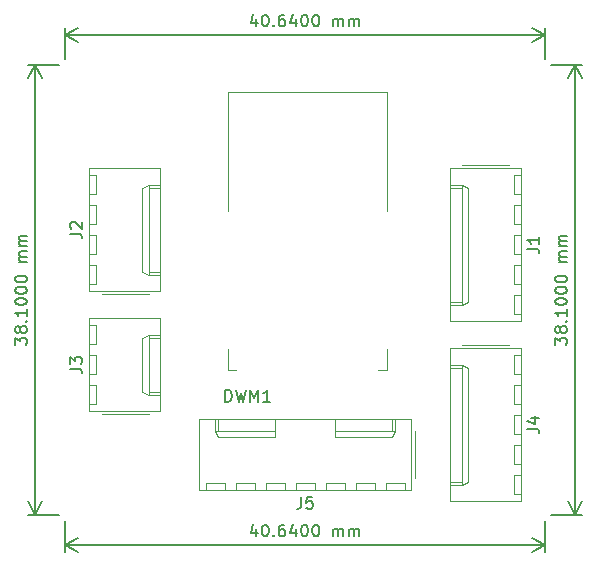
<source format=gbr>
G04 #@! TF.GenerationSoftware,KiCad,Pcbnew,7.0.10*
G04 #@! TF.CreationDate,2024-04-04T22:49:01-05:00*
G04 #@! TF.ProjectId,adapter,61646170-7465-4722-9e6b-696361645f70,rev?*
G04 #@! TF.SameCoordinates,Original*
G04 #@! TF.FileFunction,Legend,Top*
G04 #@! TF.FilePolarity,Positive*
%FSLAX46Y46*%
G04 Gerber Fmt 4.6, Leading zero omitted, Abs format (unit mm)*
G04 Created by KiCad (PCBNEW 7.0.10) date 2024-04-04 22:49:01*
%MOMM*%
%LPD*%
G01*
G04 APERTURE LIST*
%ADD10C,0.150000*%
%ADD11C,0.120000*%
G04 APERTURE END LIST*
D10*
X143084819Y-94836665D02*
X143084819Y-94217618D01*
X143084819Y-94217618D02*
X143465771Y-94550951D01*
X143465771Y-94550951D02*
X143465771Y-94408094D01*
X143465771Y-94408094D02*
X143513390Y-94312856D01*
X143513390Y-94312856D02*
X143561009Y-94265237D01*
X143561009Y-94265237D02*
X143656247Y-94217618D01*
X143656247Y-94217618D02*
X143894342Y-94217618D01*
X143894342Y-94217618D02*
X143989580Y-94265237D01*
X143989580Y-94265237D02*
X144037200Y-94312856D01*
X144037200Y-94312856D02*
X144084819Y-94408094D01*
X144084819Y-94408094D02*
X144084819Y-94693808D01*
X144084819Y-94693808D02*
X144037200Y-94789046D01*
X144037200Y-94789046D02*
X143989580Y-94836665D01*
X143513390Y-93646189D02*
X143465771Y-93741427D01*
X143465771Y-93741427D02*
X143418152Y-93789046D01*
X143418152Y-93789046D02*
X143322914Y-93836665D01*
X143322914Y-93836665D02*
X143275295Y-93836665D01*
X143275295Y-93836665D02*
X143180057Y-93789046D01*
X143180057Y-93789046D02*
X143132438Y-93741427D01*
X143132438Y-93741427D02*
X143084819Y-93646189D01*
X143084819Y-93646189D02*
X143084819Y-93455713D01*
X143084819Y-93455713D02*
X143132438Y-93360475D01*
X143132438Y-93360475D02*
X143180057Y-93312856D01*
X143180057Y-93312856D02*
X143275295Y-93265237D01*
X143275295Y-93265237D02*
X143322914Y-93265237D01*
X143322914Y-93265237D02*
X143418152Y-93312856D01*
X143418152Y-93312856D02*
X143465771Y-93360475D01*
X143465771Y-93360475D02*
X143513390Y-93455713D01*
X143513390Y-93455713D02*
X143513390Y-93646189D01*
X143513390Y-93646189D02*
X143561009Y-93741427D01*
X143561009Y-93741427D02*
X143608628Y-93789046D01*
X143608628Y-93789046D02*
X143703866Y-93836665D01*
X143703866Y-93836665D02*
X143894342Y-93836665D01*
X143894342Y-93836665D02*
X143989580Y-93789046D01*
X143989580Y-93789046D02*
X144037200Y-93741427D01*
X144037200Y-93741427D02*
X144084819Y-93646189D01*
X144084819Y-93646189D02*
X144084819Y-93455713D01*
X144084819Y-93455713D02*
X144037200Y-93360475D01*
X144037200Y-93360475D02*
X143989580Y-93312856D01*
X143989580Y-93312856D02*
X143894342Y-93265237D01*
X143894342Y-93265237D02*
X143703866Y-93265237D01*
X143703866Y-93265237D02*
X143608628Y-93312856D01*
X143608628Y-93312856D02*
X143561009Y-93360475D01*
X143561009Y-93360475D02*
X143513390Y-93455713D01*
X143989580Y-92836665D02*
X144037200Y-92789046D01*
X144037200Y-92789046D02*
X144084819Y-92836665D01*
X144084819Y-92836665D02*
X144037200Y-92884284D01*
X144037200Y-92884284D02*
X143989580Y-92836665D01*
X143989580Y-92836665D02*
X144084819Y-92836665D01*
X144084819Y-91836666D02*
X144084819Y-92408094D01*
X144084819Y-92122380D02*
X143084819Y-92122380D01*
X143084819Y-92122380D02*
X143227676Y-92217618D01*
X143227676Y-92217618D02*
X143322914Y-92312856D01*
X143322914Y-92312856D02*
X143370533Y-92408094D01*
X143084819Y-91217618D02*
X143084819Y-91122380D01*
X143084819Y-91122380D02*
X143132438Y-91027142D01*
X143132438Y-91027142D02*
X143180057Y-90979523D01*
X143180057Y-90979523D02*
X143275295Y-90931904D01*
X143275295Y-90931904D02*
X143465771Y-90884285D01*
X143465771Y-90884285D02*
X143703866Y-90884285D01*
X143703866Y-90884285D02*
X143894342Y-90931904D01*
X143894342Y-90931904D02*
X143989580Y-90979523D01*
X143989580Y-90979523D02*
X144037200Y-91027142D01*
X144037200Y-91027142D02*
X144084819Y-91122380D01*
X144084819Y-91122380D02*
X144084819Y-91217618D01*
X144084819Y-91217618D02*
X144037200Y-91312856D01*
X144037200Y-91312856D02*
X143989580Y-91360475D01*
X143989580Y-91360475D02*
X143894342Y-91408094D01*
X143894342Y-91408094D02*
X143703866Y-91455713D01*
X143703866Y-91455713D02*
X143465771Y-91455713D01*
X143465771Y-91455713D02*
X143275295Y-91408094D01*
X143275295Y-91408094D02*
X143180057Y-91360475D01*
X143180057Y-91360475D02*
X143132438Y-91312856D01*
X143132438Y-91312856D02*
X143084819Y-91217618D01*
X143084819Y-90265237D02*
X143084819Y-90169999D01*
X143084819Y-90169999D02*
X143132438Y-90074761D01*
X143132438Y-90074761D02*
X143180057Y-90027142D01*
X143180057Y-90027142D02*
X143275295Y-89979523D01*
X143275295Y-89979523D02*
X143465771Y-89931904D01*
X143465771Y-89931904D02*
X143703866Y-89931904D01*
X143703866Y-89931904D02*
X143894342Y-89979523D01*
X143894342Y-89979523D02*
X143989580Y-90027142D01*
X143989580Y-90027142D02*
X144037200Y-90074761D01*
X144037200Y-90074761D02*
X144084819Y-90169999D01*
X144084819Y-90169999D02*
X144084819Y-90265237D01*
X144084819Y-90265237D02*
X144037200Y-90360475D01*
X144037200Y-90360475D02*
X143989580Y-90408094D01*
X143989580Y-90408094D02*
X143894342Y-90455713D01*
X143894342Y-90455713D02*
X143703866Y-90503332D01*
X143703866Y-90503332D02*
X143465771Y-90503332D01*
X143465771Y-90503332D02*
X143275295Y-90455713D01*
X143275295Y-90455713D02*
X143180057Y-90408094D01*
X143180057Y-90408094D02*
X143132438Y-90360475D01*
X143132438Y-90360475D02*
X143084819Y-90265237D01*
X143084819Y-89312856D02*
X143084819Y-89217618D01*
X143084819Y-89217618D02*
X143132438Y-89122380D01*
X143132438Y-89122380D02*
X143180057Y-89074761D01*
X143180057Y-89074761D02*
X143275295Y-89027142D01*
X143275295Y-89027142D02*
X143465771Y-88979523D01*
X143465771Y-88979523D02*
X143703866Y-88979523D01*
X143703866Y-88979523D02*
X143894342Y-89027142D01*
X143894342Y-89027142D02*
X143989580Y-89074761D01*
X143989580Y-89074761D02*
X144037200Y-89122380D01*
X144037200Y-89122380D02*
X144084819Y-89217618D01*
X144084819Y-89217618D02*
X144084819Y-89312856D01*
X144084819Y-89312856D02*
X144037200Y-89408094D01*
X144037200Y-89408094D02*
X143989580Y-89455713D01*
X143989580Y-89455713D02*
X143894342Y-89503332D01*
X143894342Y-89503332D02*
X143703866Y-89550951D01*
X143703866Y-89550951D02*
X143465771Y-89550951D01*
X143465771Y-89550951D02*
X143275295Y-89503332D01*
X143275295Y-89503332D02*
X143180057Y-89455713D01*
X143180057Y-89455713D02*
X143132438Y-89408094D01*
X143132438Y-89408094D02*
X143084819Y-89312856D01*
X144084819Y-87789046D02*
X143418152Y-87789046D01*
X143513390Y-87789046D02*
X143465771Y-87741427D01*
X143465771Y-87741427D02*
X143418152Y-87646189D01*
X143418152Y-87646189D02*
X143418152Y-87503332D01*
X143418152Y-87503332D02*
X143465771Y-87408094D01*
X143465771Y-87408094D02*
X143561009Y-87360475D01*
X143561009Y-87360475D02*
X144084819Y-87360475D01*
X143561009Y-87360475D02*
X143465771Y-87312856D01*
X143465771Y-87312856D02*
X143418152Y-87217618D01*
X143418152Y-87217618D02*
X143418152Y-87074761D01*
X143418152Y-87074761D02*
X143465771Y-86979522D01*
X143465771Y-86979522D02*
X143561009Y-86931903D01*
X143561009Y-86931903D02*
X144084819Y-86931903D01*
X144084819Y-86455713D02*
X143418152Y-86455713D01*
X143513390Y-86455713D02*
X143465771Y-86408094D01*
X143465771Y-86408094D02*
X143418152Y-86312856D01*
X143418152Y-86312856D02*
X143418152Y-86169999D01*
X143418152Y-86169999D02*
X143465771Y-86074761D01*
X143465771Y-86074761D02*
X143561009Y-86027142D01*
X143561009Y-86027142D02*
X144084819Y-86027142D01*
X143561009Y-86027142D02*
X143465771Y-85979523D01*
X143465771Y-85979523D02*
X143418152Y-85884285D01*
X143418152Y-85884285D02*
X143418152Y-85741428D01*
X143418152Y-85741428D02*
X143465771Y-85646189D01*
X143465771Y-85646189D02*
X143561009Y-85598570D01*
X143561009Y-85598570D02*
X144084819Y-85598570D01*
X146820000Y-109220000D02*
X144193580Y-109220000D01*
X146820000Y-71120000D02*
X144193580Y-71120000D01*
X144780000Y-109220000D02*
X144780000Y-71120000D01*
X144780000Y-109220000D02*
X144780000Y-71120000D01*
X144780000Y-109220000D02*
X144193579Y-108093496D01*
X144780000Y-109220000D02*
X145366421Y-108093496D01*
X144780000Y-71120000D02*
X145366421Y-72246504D01*
X144780000Y-71120000D02*
X144193579Y-72246504D01*
X163497143Y-110398152D02*
X163497143Y-111064819D01*
X163259048Y-110017200D02*
X163020953Y-110731485D01*
X163020953Y-110731485D02*
X163640000Y-110731485D01*
X164211429Y-110064819D02*
X164306667Y-110064819D01*
X164306667Y-110064819D02*
X164401905Y-110112438D01*
X164401905Y-110112438D02*
X164449524Y-110160057D01*
X164449524Y-110160057D02*
X164497143Y-110255295D01*
X164497143Y-110255295D02*
X164544762Y-110445771D01*
X164544762Y-110445771D02*
X164544762Y-110683866D01*
X164544762Y-110683866D02*
X164497143Y-110874342D01*
X164497143Y-110874342D02*
X164449524Y-110969580D01*
X164449524Y-110969580D02*
X164401905Y-111017200D01*
X164401905Y-111017200D02*
X164306667Y-111064819D01*
X164306667Y-111064819D02*
X164211429Y-111064819D01*
X164211429Y-111064819D02*
X164116191Y-111017200D01*
X164116191Y-111017200D02*
X164068572Y-110969580D01*
X164068572Y-110969580D02*
X164020953Y-110874342D01*
X164020953Y-110874342D02*
X163973334Y-110683866D01*
X163973334Y-110683866D02*
X163973334Y-110445771D01*
X163973334Y-110445771D02*
X164020953Y-110255295D01*
X164020953Y-110255295D02*
X164068572Y-110160057D01*
X164068572Y-110160057D02*
X164116191Y-110112438D01*
X164116191Y-110112438D02*
X164211429Y-110064819D01*
X164973334Y-110969580D02*
X165020953Y-111017200D01*
X165020953Y-111017200D02*
X164973334Y-111064819D01*
X164973334Y-111064819D02*
X164925715Y-111017200D01*
X164925715Y-111017200D02*
X164973334Y-110969580D01*
X164973334Y-110969580D02*
X164973334Y-111064819D01*
X165878095Y-110064819D02*
X165687619Y-110064819D01*
X165687619Y-110064819D02*
X165592381Y-110112438D01*
X165592381Y-110112438D02*
X165544762Y-110160057D01*
X165544762Y-110160057D02*
X165449524Y-110302914D01*
X165449524Y-110302914D02*
X165401905Y-110493390D01*
X165401905Y-110493390D02*
X165401905Y-110874342D01*
X165401905Y-110874342D02*
X165449524Y-110969580D01*
X165449524Y-110969580D02*
X165497143Y-111017200D01*
X165497143Y-111017200D02*
X165592381Y-111064819D01*
X165592381Y-111064819D02*
X165782857Y-111064819D01*
X165782857Y-111064819D02*
X165878095Y-111017200D01*
X165878095Y-111017200D02*
X165925714Y-110969580D01*
X165925714Y-110969580D02*
X165973333Y-110874342D01*
X165973333Y-110874342D02*
X165973333Y-110636247D01*
X165973333Y-110636247D02*
X165925714Y-110541009D01*
X165925714Y-110541009D02*
X165878095Y-110493390D01*
X165878095Y-110493390D02*
X165782857Y-110445771D01*
X165782857Y-110445771D02*
X165592381Y-110445771D01*
X165592381Y-110445771D02*
X165497143Y-110493390D01*
X165497143Y-110493390D02*
X165449524Y-110541009D01*
X165449524Y-110541009D02*
X165401905Y-110636247D01*
X166830476Y-110398152D02*
X166830476Y-111064819D01*
X166592381Y-110017200D02*
X166354286Y-110731485D01*
X166354286Y-110731485D02*
X166973333Y-110731485D01*
X167544762Y-110064819D02*
X167640000Y-110064819D01*
X167640000Y-110064819D02*
X167735238Y-110112438D01*
X167735238Y-110112438D02*
X167782857Y-110160057D01*
X167782857Y-110160057D02*
X167830476Y-110255295D01*
X167830476Y-110255295D02*
X167878095Y-110445771D01*
X167878095Y-110445771D02*
X167878095Y-110683866D01*
X167878095Y-110683866D02*
X167830476Y-110874342D01*
X167830476Y-110874342D02*
X167782857Y-110969580D01*
X167782857Y-110969580D02*
X167735238Y-111017200D01*
X167735238Y-111017200D02*
X167640000Y-111064819D01*
X167640000Y-111064819D02*
X167544762Y-111064819D01*
X167544762Y-111064819D02*
X167449524Y-111017200D01*
X167449524Y-111017200D02*
X167401905Y-110969580D01*
X167401905Y-110969580D02*
X167354286Y-110874342D01*
X167354286Y-110874342D02*
X167306667Y-110683866D01*
X167306667Y-110683866D02*
X167306667Y-110445771D01*
X167306667Y-110445771D02*
X167354286Y-110255295D01*
X167354286Y-110255295D02*
X167401905Y-110160057D01*
X167401905Y-110160057D02*
X167449524Y-110112438D01*
X167449524Y-110112438D02*
X167544762Y-110064819D01*
X168497143Y-110064819D02*
X168592381Y-110064819D01*
X168592381Y-110064819D02*
X168687619Y-110112438D01*
X168687619Y-110112438D02*
X168735238Y-110160057D01*
X168735238Y-110160057D02*
X168782857Y-110255295D01*
X168782857Y-110255295D02*
X168830476Y-110445771D01*
X168830476Y-110445771D02*
X168830476Y-110683866D01*
X168830476Y-110683866D02*
X168782857Y-110874342D01*
X168782857Y-110874342D02*
X168735238Y-110969580D01*
X168735238Y-110969580D02*
X168687619Y-111017200D01*
X168687619Y-111017200D02*
X168592381Y-111064819D01*
X168592381Y-111064819D02*
X168497143Y-111064819D01*
X168497143Y-111064819D02*
X168401905Y-111017200D01*
X168401905Y-111017200D02*
X168354286Y-110969580D01*
X168354286Y-110969580D02*
X168306667Y-110874342D01*
X168306667Y-110874342D02*
X168259048Y-110683866D01*
X168259048Y-110683866D02*
X168259048Y-110445771D01*
X168259048Y-110445771D02*
X168306667Y-110255295D01*
X168306667Y-110255295D02*
X168354286Y-110160057D01*
X168354286Y-110160057D02*
X168401905Y-110112438D01*
X168401905Y-110112438D02*
X168497143Y-110064819D01*
X170020953Y-111064819D02*
X170020953Y-110398152D01*
X170020953Y-110493390D02*
X170068572Y-110445771D01*
X170068572Y-110445771D02*
X170163810Y-110398152D01*
X170163810Y-110398152D02*
X170306667Y-110398152D01*
X170306667Y-110398152D02*
X170401905Y-110445771D01*
X170401905Y-110445771D02*
X170449524Y-110541009D01*
X170449524Y-110541009D02*
X170449524Y-111064819D01*
X170449524Y-110541009D02*
X170497143Y-110445771D01*
X170497143Y-110445771D02*
X170592381Y-110398152D01*
X170592381Y-110398152D02*
X170735238Y-110398152D01*
X170735238Y-110398152D02*
X170830477Y-110445771D01*
X170830477Y-110445771D02*
X170878096Y-110541009D01*
X170878096Y-110541009D02*
X170878096Y-111064819D01*
X171354286Y-111064819D02*
X171354286Y-110398152D01*
X171354286Y-110493390D02*
X171401905Y-110445771D01*
X171401905Y-110445771D02*
X171497143Y-110398152D01*
X171497143Y-110398152D02*
X171640000Y-110398152D01*
X171640000Y-110398152D02*
X171735238Y-110445771D01*
X171735238Y-110445771D02*
X171782857Y-110541009D01*
X171782857Y-110541009D02*
X171782857Y-111064819D01*
X171782857Y-110541009D02*
X171830476Y-110445771D01*
X171830476Y-110445771D02*
X171925714Y-110398152D01*
X171925714Y-110398152D02*
X172068571Y-110398152D01*
X172068571Y-110398152D02*
X172163810Y-110445771D01*
X172163810Y-110445771D02*
X172211429Y-110541009D01*
X172211429Y-110541009D02*
X172211429Y-111064819D01*
X187960000Y-109720000D02*
X187960000Y-112346420D01*
X147320000Y-109720000D02*
X147320000Y-112346420D01*
X187960000Y-111760000D02*
X147320000Y-111760000D01*
X187960000Y-111760000D02*
X147320000Y-111760000D01*
X187960000Y-111760000D02*
X186833496Y-112346421D01*
X187960000Y-111760000D02*
X186833496Y-111173579D01*
X147320000Y-111760000D02*
X148446504Y-111173579D01*
X147320000Y-111760000D02*
X148446504Y-112346421D01*
X163497143Y-67218152D02*
X163497143Y-67884819D01*
X163259048Y-66837200D02*
X163020953Y-67551485D01*
X163020953Y-67551485D02*
X163640000Y-67551485D01*
X164211429Y-66884819D02*
X164306667Y-66884819D01*
X164306667Y-66884819D02*
X164401905Y-66932438D01*
X164401905Y-66932438D02*
X164449524Y-66980057D01*
X164449524Y-66980057D02*
X164497143Y-67075295D01*
X164497143Y-67075295D02*
X164544762Y-67265771D01*
X164544762Y-67265771D02*
X164544762Y-67503866D01*
X164544762Y-67503866D02*
X164497143Y-67694342D01*
X164497143Y-67694342D02*
X164449524Y-67789580D01*
X164449524Y-67789580D02*
X164401905Y-67837200D01*
X164401905Y-67837200D02*
X164306667Y-67884819D01*
X164306667Y-67884819D02*
X164211429Y-67884819D01*
X164211429Y-67884819D02*
X164116191Y-67837200D01*
X164116191Y-67837200D02*
X164068572Y-67789580D01*
X164068572Y-67789580D02*
X164020953Y-67694342D01*
X164020953Y-67694342D02*
X163973334Y-67503866D01*
X163973334Y-67503866D02*
X163973334Y-67265771D01*
X163973334Y-67265771D02*
X164020953Y-67075295D01*
X164020953Y-67075295D02*
X164068572Y-66980057D01*
X164068572Y-66980057D02*
X164116191Y-66932438D01*
X164116191Y-66932438D02*
X164211429Y-66884819D01*
X164973334Y-67789580D02*
X165020953Y-67837200D01*
X165020953Y-67837200D02*
X164973334Y-67884819D01*
X164973334Y-67884819D02*
X164925715Y-67837200D01*
X164925715Y-67837200D02*
X164973334Y-67789580D01*
X164973334Y-67789580D02*
X164973334Y-67884819D01*
X165878095Y-66884819D02*
X165687619Y-66884819D01*
X165687619Y-66884819D02*
X165592381Y-66932438D01*
X165592381Y-66932438D02*
X165544762Y-66980057D01*
X165544762Y-66980057D02*
X165449524Y-67122914D01*
X165449524Y-67122914D02*
X165401905Y-67313390D01*
X165401905Y-67313390D02*
X165401905Y-67694342D01*
X165401905Y-67694342D02*
X165449524Y-67789580D01*
X165449524Y-67789580D02*
X165497143Y-67837200D01*
X165497143Y-67837200D02*
X165592381Y-67884819D01*
X165592381Y-67884819D02*
X165782857Y-67884819D01*
X165782857Y-67884819D02*
X165878095Y-67837200D01*
X165878095Y-67837200D02*
X165925714Y-67789580D01*
X165925714Y-67789580D02*
X165973333Y-67694342D01*
X165973333Y-67694342D02*
X165973333Y-67456247D01*
X165973333Y-67456247D02*
X165925714Y-67361009D01*
X165925714Y-67361009D02*
X165878095Y-67313390D01*
X165878095Y-67313390D02*
X165782857Y-67265771D01*
X165782857Y-67265771D02*
X165592381Y-67265771D01*
X165592381Y-67265771D02*
X165497143Y-67313390D01*
X165497143Y-67313390D02*
X165449524Y-67361009D01*
X165449524Y-67361009D02*
X165401905Y-67456247D01*
X166830476Y-67218152D02*
X166830476Y-67884819D01*
X166592381Y-66837200D02*
X166354286Y-67551485D01*
X166354286Y-67551485D02*
X166973333Y-67551485D01*
X167544762Y-66884819D02*
X167640000Y-66884819D01*
X167640000Y-66884819D02*
X167735238Y-66932438D01*
X167735238Y-66932438D02*
X167782857Y-66980057D01*
X167782857Y-66980057D02*
X167830476Y-67075295D01*
X167830476Y-67075295D02*
X167878095Y-67265771D01*
X167878095Y-67265771D02*
X167878095Y-67503866D01*
X167878095Y-67503866D02*
X167830476Y-67694342D01*
X167830476Y-67694342D02*
X167782857Y-67789580D01*
X167782857Y-67789580D02*
X167735238Y-67837200D01*
X167735238Y-67837200D02*
X167640000Y-67884819D01*
X167640000Y-67884819D02*
X167544762Y-67884819D01*
X167544762Y-67884819D02*
X167449524Y-67837200D01*
X167449524Y-67837200D02*
X167401905Y-67789580D01*
X167401905Y-67789580D02*
X167354286Y-67694342D01*
X167354286Y-67694342D02*
X167306667Y-67503866D01*
X167306667Y-67503866D02*
X167306667Y-67265771D01*
X167306667Y-67265771D02*
X167354286Y-67075295D01*
X167354286Y-67075295D02*
X167401905Y-66980057D01*
X167401905Y-66980057D02*
X167449524Y-66932438D01*
X167449524Y-66932438D02*
X167544762Y-66884819D01*
X168497143Y-66884819D02*
X168592381Y-66884819D01*
X168592381Y-66884819D02*
X168687619Y-66932438D01*
X168687619Y-66932438D02*
X168735238Y-66980057D01*
X168735238Y-66980057D02*
X168782857Y-67075295D01*
X168782857Y-67075295D02*
X168830476Y-67265771D01*
X168830476Y-67265771D02*
X168830476Y-67503866D01*
X168830476Y-67503866D02*
X168782857Y-67694342D01*
X168782857Y-67694342D02*
X168735238Y-67789580D01*
X168735238Y-67789580D02*
X168687619Y-67837200D01*
X168687619Y-67837200D02*
X168592381Y-67884819D01*
X168592381Y-67884819D02*
X168497143Y-67884819D01*
X168497143Y-67884819D02*
X168401905Y-67837200D01*
X168401905Y-67837200D02*
X168354286Y-67789580D01*
X168354286Y-67789580D02*
X168306667Y-67694342D01*
X168306667Y-67694342D02*
X168259048Y-67503866D01*
X168259048Y-67503866D02*
X168259048Y-67265771D01*
X168259048Y-67265771D02*
X168306667Y-67075295D01*
X168306667Y-67075295D02*
X168354286Y-66980057D01*
X168354286Y-66980057D02*
X168401905Y-66932438D01*
X168401905Y-66932438D02*
X168497143Y-66884819D01*
X170020953Y-67884819D02*
X170020953Y-67218152D01*
X170020953Y-67313390D02*
X170068572Y-67265771D01*
X170068572Y-67265771D02*
X170163810Y-67218152D01*
X170163810Y-67218152D02*
X170306667Y-67218152D01*
X170306667Y-67218152D02*
X170401905Y-67265771D01*
X170401905Y-67265771D02*
X170449524Y-67361009D01*
X170449524Y-67361009D02*
X170449524Y-67884819D01*
X170449524Y-67361009D02*
X170497143Y-67265771D01*
X170497143Y-67265771D02*
X170592381Y-67218152D01*
X170592381Y-67218152D02*
X170735238Y-67218152D01*
X170735238Y-67218152D02*
X170830477Y-67265771D01*
X170830477Y-67265771D02*
X170878096Y-67361009D01*
X170878096Y-67361009D02*
X170878096Y-67884819D01*
X171354286Y-67884819D02*
X171354286Y-67218152D01*
X171354286Y-67313390D02*
X171401905Y-67265771D01*
X171401905Y-67265771D02*
X171497143Y-67218152D01*
X171497143Y-67218152D02*
X171640000Y-67218152D01*
X171640000Y-67218152D02*
X171735238Y-67265771D01*
X171735238Y-67265771D02*
X171782857Y-67361009D01*
X171782857Y-67361009D02*
X171782857Y-67884819D01*
X171782857Y-67361009D02*
X171830476Y-67265771D01*
X171830476Y-67265771D02*
X171925714Y-67218152D01*
X171925714Y-67218152D02*
X172068571Y-67218152D01*
X172068571Y-67218152D02*
X172163810Y-67265771D01*
X172163810Y-67265771D02*
X172211429Y-67361009D01*
X172211429Y-67361009D02*
X172211429Y-67884819D01*
X147320000Y-70620000D02*
X147320000Y-67993580D01*
X187960000Y-70620000D02*
X187960000Y-67993580D01*
X147320000Y-68580000D02*
X187960000Y-68580000D01*
X147320000Y-68580000D02*
X187960000Y-68580000D01*
X147320000Y-68580000D02*
X148446504Y-67993579D01*
X147320000Y-68580000D02*
X148446504Y-69166421D01*
X187960000Y-68580000D02*
X186833496Y-69166421D01*
X187960000Y-68580000D02*
X186833496Y-67993579D01*
X188804819Y-94836665D02*
X188804819Y-94217618D01*
X188804819Y-94217618D02*
X189185771Y-94550951D01*
X189185771Y-94550951D02*
X189185771Y-94408094D01*
X189185771Y-94408094D02*
X189233390Y-94312856D01*
X189233390Y-94312856D02*
X189281009Y-94265237D01*
X189281009Y-94265237D02*
X189376247Y-94217618D01*
X189376247Y-94217618D02*
X189614342Y-94217618D01*
X189614342Y-94217618D02*
X189709580Y-94265237D01*
X189709580Y-94265237D02*
X189757200Y-94312856D01*
X189757200Y-94312856D02*
X189804819Y-94408094D01*
X189804819Y-94408094D02*
X189804819Y-94693808D01*
X189804819Y-94693808D02*
X189757200Y-94789046D01*
X189757200Y-94789046D02*
X189709580Y-94836665D01*
X189233390Y-93646189D02*
X189185771Y-93741427D01*
X189185771Y-93741427D02*
X189138152Y-93789046D01*
X189138152Y-93789046D02*
X189042914Y-93836665D01*
X189042914Y-93836665D02*
X188995295Y-93836665D01*
X188995295Y-93836665D02*
X188900057Y-93789046D01*
X188900057Y-93789046D02*
X188852438Y-93741427D01*
X188852438Y-93741427D02*
X188804819Y-93646189D01*
X188804819Y-93646189D02*
X188804819Y-93455713D01*
X188804819Y-93455713D02*
X188852438Y-93360475D01*
X188852438Y-93360475D02*
X188900057Y-93312856D01*
X188900057Y-93312856D02*
X188995295Y-93265237D01*
X188995295Y-93265237D02*
X189042914Y-93265237D01*
X189042914Y-93265237D02*
X189138152Y-93312856D01*
X189138152Y-93312856D02*
X189185771Y-93360475D01*
X189185771Y-93360475D02*
X189233390Y-93455713D01*
X189233390Y-93455713D02*
X189233390Y-93646189D01*
X189233390Y-93646189D02*
X189281009Y-93741427D01*
X189281009Y-93741427D02*
X189328628Y-93789046D01*
X189328628Y-93789046D02*
X189423866Y-93836665D01*
X189423866Y-93836665D02*
X189614342Y-93836665D01*
X189614342Y-93836665D02*
X189709580Y-93789046D01*
X189709580Y-93789046D02*
X189757200Y-93741427D01*
X189757200Y-93741427D02*
X189804819Y-93646189D01*
X189804819Y-93646189D02*
X189804819Y-93455713D01*
X189804819Y-93455713D02*
X189757200Y-93360475D01*
X189757200Y-93360475D02*
X189709580Y-93312856D01*
X189709580Y-93312856D02*
X189614342Y-93265237D01*
X189614342Y-93265237D02*
X189423866Y-93265237D01*
X189423866Y-93265237D02*
X189328628Y-93312856D01*
X189328628Y-93312856D02*
X189281009Y-93360475D01*
X189281009Y-93360475D02*
X189233390Y-93455713D01*
X189709580Y-92836665D02*
X189757200Y-92789046D01*
X189757200Y-92789046D02*
X189804819Y-92836665D01*
X189804819Y-92836665D02*
X189757200Y-92884284D01*
X189757200Y-92884284D02*
X189709580Y-92836665D01*
X189709580Y-92836665D02*
X189804819Y-92836665D01*
X189804819Y-91836666D02*
X189804819Y-92408094D01*
X189804819Y-92122380D02*
X188804819Y-92122380D01*
X188804819Y-92122380D02*
X188947676Y-92217618D01*
X188947676Y-92217618D02*
X189042914Y-92312856D01*
X189042914Y-92312856D02*
X189090533Y-92408094D01*
X188804819Y-91217618D02*
X188804819Y-91122380D01*
X188804819Y-91122380D02*
X188852438Y-91027142D01*
X188852438Y-91027142D02*
X188900057Y-90979523D01*
X188900057Y-90979523D02*
X188995295Y-90931904D01*
X188995295Y-90931904D02*
X189185771Y-90884285D01*
X189185771Y-90884285D02*
X189423866Y-90884285D01*
X189423866Y-90884285D02*
X189614342Y-90931904D01*
X189614342Y-90931904D02*
X189709580Y-90979523D01*
X189709580Y-90979523D02*
X189757200Y-91027142D01*
X189757200Y-91027142D02*
X189804819Y-91122380D01*
X189804819Y-91122380D02*
X189804819Y-91217618D01*
X189804819Y-91217618D02*
X189757200Y-91312856D01*
X189757200Y-91312856D02*
X189709580Y-91360475D01*
X189709580Y-91360475D02*
X189614342Y-91408094D01*
X189614342Y-91408094D02*
X189423866Y-91455713D01*
X189423866Y-91455713D02*
X189185771Y-91455713D01*
X189185771Y-91455713D02*
X188995295Y-91408094D01*
X188995295Y-91408094D02*
X188900057Y-91360475D01*
X188900057Y-91360475D02*
X188852438Y-91312856D01*
X188852438Y-91312856D02*
X188804819Y-91217618D01*
X188804819Y-90265237D02*
X188804819Y-90169999D01*
X188804819Y-90169999D02*
X188852438Y-90074761D01*
X188852438Y-90074761D02*
X188900057Y-90027142D01*
X188900057Y-90027142D02*
X188995295Y-89979523D01*
X188995295Y-89979523D02*
X189185771Y-89931904D01*
X189185771Y-89931904D02*
X189423866Y-89931904D01*
X189423866Y-89931904D02*
X189614342Y-89979523D01*
X189614342Y-89979523D02*
X189709580Y-90027142D01*
X189709580Y-90027142D02*
X189757200Y-90074761D01*
X189757200Y-90074761D02*
X189804819Y-90169999D01*
X189804819Y-90169999D02*
X189804819Y-90265237D01*
X189804819Y-90265237D02*
X189757200Y-90360475D01*
X189757200Y-90360475D02*
X189709580Y-90408094D01*
X189709580Y-90408094D02*
X189614342Y-90455713D01*
X189614342Y-90455713D02*
X189423866Y-90503332D01*
X189423866Y-90503332D02*
X189185771Y-90503332D01*
X189185771Y-90503332D02*
X188995295Y-90455713D01*
X188995295Y-90455713D02*
X188900057Y-90408094D01*
X188900057Y-90408094D02*
X188852438Y-90360475D01*
X188852438Y-90360475D02*
X188804819Y-90265237D01*
X188804819Y-89312856D02*
X188804819Y-89217618D01*
X188804819Y-89217618D02*
X188852438Y-89122380D01*
X188852438Y-89122380D02*
X188900057Y-89074761D01*
X188900057Y-89074761D02*
X188995295Y-89027142D01*
X188995295Y-89027142D02*
X189185771Y-88979523D01*
X189185771Y-88979523D02*
X189423866Y-88979523D01*
X189423866Y-88979523D02*
X189614342Y-89027142D01*
X189614342Y-89027142D02*
X189709580Y-89074761D01*
X189709580Y-89074761D02*
X189757200Y-89122380D01*
X189757200Y-89122380D02*
X189804819Y-89217618D01*
X189804819Y-89217618D02*
X189804819Y-89312856D01*
X189804819Y-89312856D02*
X189757200Y-89408094D01*
X189757200Y-89408094D02*
X189709580Y-89455713D01*
X189709580Y-89455713D02*
X189614342Y-89503332D01*
X189614342Y-89503332D02*
X189423866Y-89550951D01*
X189423866Y-89550951D02*
X189185771Y-89550951D01*
X189185771Y-89550951D02*
X188995295Y-89503332D01*
X188995295Y-89503332D02*
X188900057Y-89455713D01*
X188900057Y-89455713D02*
X188852438Y-89408094D01*
X188852438Y-89408094D02*
X188804819Y-89312856D01*
X189804819Y-87789046D02*
X189138152Y-87789046D01*
X189233390Y-87789046D02*
X189185771Y-87741427D01*
X189185771Y-87741427D02*
X189138152Y-87646189D01*
X189138152Y-87646189D02*
X189138152Y-87503332D01*
X189138152Y-87503332D02*
X189185771Y-87408094D01*
X189185771Y-87408094D02*
X189281009Y-87360475D01*
X189281009Y-87360475D02*
X189804819Y-87360475D01*
X189281009Y-87360475D02*
X189185771Y-87312856D01*
X189185771Y-87312856D02*
X189138152Y-87217618D01*
X189138152Y-87217618D02*
X189138152Y-87074761D01*
X189138152Y-87074761D02*
X189185771Y-86979522D01*
X189185771Y-86979522D02*
X189281009Y-86931903D01*
X189281009Y-86931903D02*
X189804819Y-86931903D01*
X189804819Y-86455713D02*
X189138152Y-86455713D01*
X189233390Y-86455713D02*
X189185771Y-86408094D01*
X189185771Y-86408094D02*
X189138152Y-86312856D01*
X189138152Y-86312856D02*
X189138152Y-86169999D01*
X189138152Y-86169999D02*
X189185771Y-86074761D01*
X189185771Y-86074761D02*
X189281009Y-86027142D01*
X189281009Y-86027142D02*
X189804819Y-86027142D01*
X189281009Y-86027142D02*
X189185771Y-85979523D01*
X189185771Y-85979523D02*
X189138152Y-85884285D01*
X189138152Y-85884285D02*
X189138152Y-85741428D01*
X189138152Y-85741428D02*
X189185771Y-85646189D01*
X189185771Y-85646189D02*
X189281009Y-85598570D01*
X189281009Y-85598570D02*
X189804819Y-85598570D01*
X188460000Y-71120000D02*
X191086420Y-71120000D01*
X188460000Y-109220000D02*
X191086420Y-109220000D01*
X190500000Y-71120000D02*
X190500000Y-109220000D01*
X190500000Y-71120000D02*
X190500000Y-109220000D01*
X190500000Y-71120000D02*
X191086421Y-72246504D01*
X190500000Y-71120000D02*
X189913579Y-72246504D01*
X190500000Y-109220000D02*
X189913579Y-108093496D01*
X190500000Y-109220000D02*
X191086421Y-108093496D01*
X160859048Y-99648619D02*
X160859048Y-98648619D01*
X160859048Y-98648619D02*
X161097143Y-98648619D01*
X161097143Y-98648619D02*
X161240000Y-98696238D01*
X161240000Y-98696238D02*
X161335238Y-98791476D01*
X161335238Y-98791476D02*
X161382857Y-98886714D01*
X161382857Y-98886714D02*
X161430476Y-99077190D01*
X161430476Y-99077190D02*
X161430476Y-99220047D01*
X161430476Y-99220047D02*
X161382857Y-99410523D01*
X161382857Y-99410523D02*
X161335238Y-99505761D01*
X161335238Y-99505761D02*
X161240000Y-99601000D01*
X161240000Y-99601000D02*
X161097143Y-99648619D01*
X161097143Y-99648619D02*
X160859048Y-99648619D01*
X161763810Y-98648619D02*
X162001905Y-99648619D01*
X162001905Y-99648619D02*
X162192381Y-98934333D01*
X162192381Y-98934333D02*
X162382857Y-99648619D01*
X162382857Y-99648619D02*
X162620953Y-98648619D01*
X163001905Y-99648619D02*
X163001905Y-98648619D01*
X163001905Y-98648619D02*
X163335238Y-99362904D01*
X163335238Y-99362904D02*
X163668571Y-98648619D01*
X163668571Y-98648619D02*
X163668571Y-99648619D01*
X164668571Y-99648619D02*
X164097143Y-99648619D01*
X164382857Y-99648619D02*
X164382857Y-98648619D01*
X164382857Y-98648619D02*
X164287619Y-98791476D01*
X164287619Y-98791476D02*
X164192381Y-98886714D01*
X164192381Y-98886714D02*
X164097143Y-98934333D01*
X186454819Y-101933333D02*
X187169104Y-101933333D01*
X187169104Y-101933333D02*
X187311961Y-101980952D01*
X187311961Y-101980952D02*
X187407200Y-102076190D01*
X187407200Y-102076190D02*
X187454819Y-102219047D01*
X187454819Y-102219047D02*
X187454819Y-102314285D01*
X186788152Y-101028571D02*
X187454819Y-101028571D01*
X186407200Y-101266666D02*
X187121485Y-101504761D01*
X187121485Y-101504761D02*
X187121485Y-100885714D01*
X167306666Y-107714819D02*
X167306666Y-108429104D01*
X167306666Y-108429104D02*
X167259047Y-108571961D01*
X167259047Y-108571961D02*
X167163809Y-108667200D01*
X167163809Y-108667200D02*
X167020952Y-108714819D01*
X167020952Y-108714819D02*
X166925714Y-108714819D01*
X168259047Y-107714819D02*
X167782857Y-107714819D01*
X167782857Y-107714819D02*
X167735238Y-108191009D01*
X167735238Y-108191009D02*
X167782857Y-108143390D01*
X167782857Y-108143390D02*
X167878095Y-108095771D01*
X167878095Y-108095771D02*
X168116190Y-108095771D01*
X168116190Y-108095771D02*
X168211428Y-108143390D01*
X168211428Y-108143390D02*
X168259047Y-108191009D01*
X168259047Y-108191009D02*
X168306666Y-108286247D01*
X168306666Y-108286247D02*
X168306666Y-108524342D01*
X168306666Y-108524342D02*
X168259047Y-108619580D01*
X168259047Y-108619580D02*
X168211428Y-108667200D01*
X168211428Y-108667200D02*
X168116190Y-108714819D01*
X168116190Y-108714819D02*
X167878095Y-108714819D01*
X167878095Y-108714819D02*
X167782857Y-108667200D01*
X167782857Y-108667200D02*
X167735238Y-108619580D01*
X186454819Y-86693333D02*
X187169104Y-86693333D01*
X187169104Y-86693333D02*
X187311961Y-86740952D01*
X187311961Y-86740952D02*
X187407200Y-86836190D01*
X187407200Y-86836190D02*
X187454819Y-86979047D01*
X187454819Y-86979047D02*
X187454819Y-87074285D01*
X187454819Y-85693333D02*
X187454819Y-86264761D01*
X187454819Y-85979047D02*
X186454819Y-85979047D01*
X186454819Y-85979047D02*
X186597676Y-86074285D01*
X186597676Y-86074285D02*
X186692914Y-86169523D01*
X186692914Y-86169523D02*
X186740533Y-86264761D01*
X147734819Y-85423333D02*
X148449104Y-85423333D01*
X148449104Y-85423333D02*
X148591961Y-85470952D01*
X148591961Y-85470952D02*
X148687200Y-85566190D01*
X148687200Y-85566190D02*
X148734819Y-85709047D01*
X148734819Y-85709047D02*
X148734819Y-85804285D01*
X147830057Y-84994761D02*
X147782438Y-84947142D01*
X147782438Y-84947142D02*
X147734819Y-84851904D01*
X147734819Y-84851904D02*
X147734819Y-84613809D01*
X147734819Y-84613809D02*
X147782438Y-84518571D01*
X147782438Y-84518571D02*
X147830057Y-84470952D01*
X147830057Y-84470952D02*
X147925295Y-84423333D01*
X147925295Y-84423333D02*
X148020533Y-84423333D01*
X148020533Y-84423333D02*
X148163390Y-84470952D01*
X148163390Y-84470952D02*
X148734819Y-85042380D01*
X148734819Y-85042380D02*
X148734819Y-84423333D01*
X147734819Y-96853333D02*
X148449104Y-96853333D01*
X148449104Y-96853333D02*
X148591961Y-96900952D01*
X148591961Y-96900952D02*
X148687200Y-96996190D01*
X148687200Y-96996190D02*
X148734819Y-97139047D01*
X148734819Y-97139047D02*
X148734819Y-97234285D01*
X147734819Y-96472380D02*
X147734819Y-95853333D01*
X147734819Y-95853333D02*
X148115771Y-96186666D01*
X148115771Y-96186666D02*
X148115771Y-96043809D01*
X148115771Y-96043809D02*
X148163390Y-95948571D01*
X148163390Y-95948571D02*
X148211009Y-95900952D01*
X148211009Y-95900952D02*
X148306247Y-95853333D01*
X148306247Y-95853333D02*
X148544342Y-95853333D01*
X148544342Y-95853333D02*
X148639580Y-95900952D01*
X148639580Y-95900952D02*
X148687200Y-95948571D01*
X148687200Y-95948571D02*
X148734819Y-96043809D01*
X148734819Y-96043809D02*
X148734819Y-96329523D01*
X148734819Y-96329523D02*
X148687200Y-96424761D01*
X148687200Y-96424761D02*
X148639580Y-96472380D01*
D11*
G04 #@! TO.C,DWM1*
X161070000Y-73473800D02*
X161070000Y-83473800D01*
X161070000Y-73473800D02*
X174570000Y-73473800D01*
X161070000Y-96973800D02*
X161070000Y-95223800D01*
X161820000Y-96973800D02*
X161070000Y-96973800D01*
X173820000Y-96973800D02*
X174570000Y-96973800D01*
X174570000Y-73473800D02*
X174570000Y-83473800D01*
X174570000Y-96973800D02*
X174570000Y-95223800D01*
G04 #@! TO.C,J4*
X184880000Y-94850000D02*
X180880000Y-94850000D01*
X185910000Y-95140000D02*
X179890000Y-95140000D01*
X179890000Y-95140000D02*
X179890000Y-108060000D01*
X185910000Y-95720000D02*
X185310000Y-95720000D01*
X185310000Y-95720000D02*
X185310000Y-97320000D01*
X180890000Y-96520000D02*
X181420000Y-96770000D01*
X180890000Y-96520000D02*
X180890000Y-106680000D01*
X179890000Y-96520000D02*
X180890000Y-96520000D01*
X181420000Y-96770000D02*
X181420000Y-106430000D01*
X179890000Y-96770000D02*
X180890000Y-96770000D01*
X185310000Y-97320000D02*
X185910000Y-97320000D01*
X185910000Y-98260000D02*
X185310000Y-98260000D01*
X185310000Y-98260000D02*
X185310000Y-99860000D01*
X185310000Y-99860000D02*
X185910000Y-99860000D01*
X185910000Y-100800000D02*
X185310000Y-100800000D01*
X185310000Y-100800000D02*
X185310000Y-102400000D01*
X185310000Y-102400000D02*
X185910000Y-102400000D01*
X185910000Y-103340000D02*
X185310000Y-103340000D01*
X185310000Y-103340000D02*
X185310000Y-104940000D01*
X185310000Y-104940000D02*
X185910000Y-104940000D01*
X185910000Y-105880000D02*
X185310000Y-105880000D01*
X185310000Y-105880000D02*
X185310000Y-107480000D01*
X181420000Y-106430000D02*
X180890000Y-106680000D01*
X179890000Y-106430000D02*
X180890000Y-106430000D01*
X180890000Y-106680000D02*
X179890000Y-106680000D01*
X185310000Y-107480000D02*
X185910000Y-107480000D01*
X185910000Y-108060000D02*
X185910000Y-95140000D01*
X179890000Y-108060000D02*
X185910000Y-108060000D01*
G04 #@! TO.C,J5*
X176930000Y-106140000D02*
X176930000Y-102140000D01*
X176640000Y-107170000D02*
X176640000Y-101150000D01*
X176640000Y-101150000D02*
X158640000Y-101150000D01*
X176060000Y-107170000D02*
X176060000Y-106570000D01*
X176060000Y-106570000D02*
X174460000Y-106570000D01*
X175260000Y-102150000D02*
X175010000Y-102680000D01*
X175260000Y-102150000D02*
X170180000Y-102150000D01*
X175260000Y-101150000D02*
X175260000Y-102150000D01*
X175010000Y-102680000D02*
X170180000Y-102680000D01*
X175010000Y-101150000D02*
X175010000Y-102150000D01*
X174460000Y-106570000D02*
X174460000Y-107170000D01*
X173520000Y-107170000D02*
X173520000Y-106570000D01*
X173520000Y-106570000D02*
X171920000Y-106570000D01*
X171920000Y-106570000D02*
X171920000Y-107170000D01*
X170980000Y-107170000D02*
X170980000Y-106570000D01*
X170980000Y-106570000D02*
X169380000Y-106570000D01*
X170180000Y-102680000D02*
X170180000Y-102150000D01*
X170180000Y-102150000D02*
X170180000Y-101150000D01*
X169380000Y-106570000D02*
X169380000Y-107170000D01*
X168440000Y-107170000D02*
X168440000Y-106570000D01*
X168440000Y-106570000D02*
X166840000Y-106570000D01*
X166840000Y-106570000D02*
X166840000Y-107170000D01*
X165900000Y-107170000D02*
X165900000Y-106570000D01*
X165900000Y-106570000D02*
X164300000Y-106570000D01*
X165100000Y-102680000D02*
X165100000Y-102150000D01*
X165100000Y-102150000D02*
X165100000Y-101150000D01*
X164300000Y-106570000D02*
X164300000Y-107170000D01*
X163360000Y-107170000D02*
X163360000Y-106570000D01*
X163360000Y-106570000D02*
X161760000Y-106570000D01*
X161760000Y-106570000D02*
X161760000Y-107170000D01*
X160820000Y-107170000D02*
X160820000Y-106570000D01*
X160820000Y-106570000D02*
X159220000Y-106570000D01*
X160270000Y-102680000D02*
X165100000Y-102680000D01*
X160270000Y-101150000D02*
X160270000Y-102150000D01*
X160020000Y-102150000D02*
X165100000Y-102150000D01*
X160020000Y-102150000D02*
X160270000Y-102680000D01*
X160020000Y-101150000D02*
X160020000Y-102150000D01*
X159220000Y-106570000D02*
X159220000Y-107170000D01*
X158640000Y-107170000D02*
X176640000Y-107170000D01*
X158640000Y-101150000D02*
X158640000Y-107170000D01*
G04 #@! TO.C,J1*
X184880000Y-79610000D02*
X180880000Y-79610000D01*
X185910000Y-79900000D02*
X179890000Y-79900000D01*
X179890000Y-79900000D02*
X179890000Y-92820000D01*
X185910000Y-80480000D02*
X185310000Y-80480000D01*
X185310000Y-80480000D02*
X185310000Y-82080000D01*
X180890000Y-81280000D02*
X181420000Y-81530000D01*
X180890000Y-81280000D02*
X180890000Y-91440000D01*
X179890000Y-81280000D02*
X180890000Y-81280000D01*
X181420000Y-81530000D02*
X181420000Y-91190000D01*
X179890000Y-81530000D02*
X180890000Y-81530000D01*
X185310000Y-82080000D02*
X185910000Y-82080000D01*
X185910000Y-83020000D02*
X185310000Y-83020000D01*
X185310000Y-83020000D02*
X185310000Y-84620000D01*
X185310000Y-84620000D02*
X185910000Y-84620000D01*
X185910000Y-85560000D02*
X185310000Y-85560000D01*
X185310000Y-85560000D02*
X185310000Y-87160000D01*
X185310000Y-87160000D02*
X185910000Y-87160000D01*
X185910000Y-88100000D02*
X185310000Y-88100000D01*
X185310000Y-88100000D02*
X185310000Y-89700000D01*
X185310000Y-89700000D02*
X185910000Y-89700000D01*
X185910000Y-90640000D02*
X185310000Y-90640000D01*
X185310000Y-90640000D02*
X185310000Y-92240000D01*
X181420000Y-91190000D02*
X180890000Y-91440000D01*
X179890000Y-91190000D02*
X180890000Y-91190000D01*
X180890000Y-91440000D02*
X179890000Y-91440000D01*
X185310000Y-92240000D02*
X185910000Y-92240000D01*
X185910000Y-92820000D02*
X185910000Y-79900000D01*
X179890000Y-92820000D02*
X185910000Y-92820000D01*
G04 #@! TO.C,J2*
X150400000Y-90570000D02*
X154400000Y-90570000D01*
X149370000Y-90280000D02*
X155390000Y-90280000D01*
X155390000Y-90280000D02*
X155390000Y-79900000D01*
X149370000Y-89700000D02*
X149970000Y-89700000D01*
X149970000Y-89700000D02*
X149970000Y-88100000D01*
X154390000Y-88900000D02*
X153860000Y-88650000D01*
X154390000Y-88900000D02*
X154390000Y-81280000D01*
X155390000Y-88900000D02*
X154390000Y-88900000D01*
X153860000Y-88650000D02*
X153860000Y-81530000D01*
X155390000Y-88650000D02*
X154390000Y-88650000D01*
X149970000Y-88100000D02*
X149370000Y-88100000D01*
X149370000Y-87160000D02*
X149970000Y-87160000D01*
X149970000Y-87160000D02*
X149970000Y-85560000D01*
X149970000Y-85560000D02*
X149370000Y-85560000D01*
X149370000Y-84620000D02*
X149970000Y-84620000D01*
X149970000Y-84620000D02*
X149970000Y-83020000D01*
X149970000Y-83020000D02*
X149370000Y-83020000D01*
X149370000Y-82080000D02*
X149970000Y-82080000D01*
X149970000Y-82080000D02*
X149970000Y-80480000D01*
X153860000Y-81530000D02*
X154390000Y-81280000D01*
X155390000Y-81530000D02*
X154390000Y-81530000D01*
X154390000Y-81280000D02*
X155390000Y-81280000D01*
X149970000Y-80480000D02*
X149370000Y-80480000D01*
X149370000Y-79900000D02*
X149370000Y-90280000D01*
X155390000Y-79900000D02*
X149370000Y-79900000D01*
G04 #@! TO.C,J3*
X150400000Y-100730000D02*
X154400000Y-100730000D01*
X149370000Y-100440000D02*
X155390000Y-100440000D01*
X155390000Y-100440000D02*
X155390000Y-92600000D01*
X149370000Y-99860000D02*
X149970000Y-99860000D01*
X149970000Y-99860000D02*
X149970000Y-98260000D01*
X154390000Y-99060000D02*
X153860000Y-98810000D01*
X154390000Y-99060000D02*
X154390000Y-93980000D01*
X155390000Y-99060000D02*
X154390000Y-99060000D01*
X153860000Y-98810000D02*
X153860000Y-94230000D01*
X155390000Y-98810000D02*
X154390000Y-98810000D01*
X149970000Y-98260000D02*
X149370000Y-98260000D01*
X149370000Y-97320000D02*
X149970000Y-97320000D01*
X149970000Y-97320000D02*
X149970000Y-95720000D01*
X149970000Y-95720000D02*
X149370000Y-95720000D01*
X149370000Y-94780000D02*
X149970000Y-94780000D01*
X149970000Y-94780000D02*
X149970000Y-93180000D01*
X153860000Y-94230000D02*
X154390000Y-93980000D01*
X155390000Y-94230000D02*
X154390000Y-94230000D01*
X154390000Y-93980000D02*
X155390000Y-93980000D01*
X149970000Y-93180000D02*
X149370000Y-93180000D01*
X149370000Y-92600000D02*
X149370000Y-100440000D01*
X155390000Y-92600000D02*
X149370000Y-92600000D01*
G04 #@! TD*
M02*

</source>
